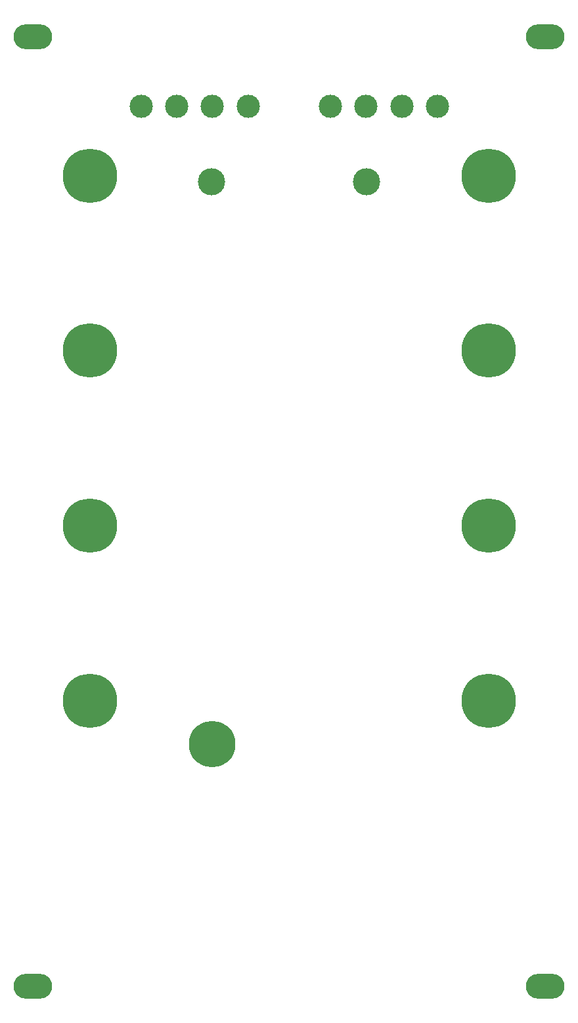
<source format=gbr>
%TF.GenerationSoftware,KiCad,Pcbnew,(6.0.11)*%
%TF.CreationDate,2023-05-23T14:51:42+01:00*%
%TF.ProjectId,Quango_Panel,5175616e-676f-45f5-9061-6e656c2e6b69,rev?*%
%TF.SameCoordinates,Original*%
%TF.FileFunction,Soldermask,Bot*%
%TF.FilePolarity,Negative*%
%FSLAX46Y46*%
G04 Gerber Fmt 4.6, Leading zero omitted, Abs format (unit mm)*
G04 Created by KiCad (PCBNEW (6.0.11)) date 2023-05-23 14:51:42*
%MOMM*%
%LPD*%
G01*
G04 APERTURE LIST*
%ADD10C,3.000000*%
%ADD11C,7.000000*%
%ADD12O,5.000000X3.200000*%
%ADD13C,6.000000*%
%ADD14C,3.500000*%
G04 APERTURE END LIST*
D10*
%TO.C,Ref\u002A\u002A*%
X80600000Y-42000000D03*
%TD*%
%TO.C,Ref\u002A\u002A*%
X95800000Y-42000000D03*
%TD*%
%TO.C,Ref\u002A\u002A*%
X100400000Y-42000000D03*
%TD*%
D11*
%TO.C,Ref\u002A\u002A*%
X64800000Y-50900000D03*
%TD*%
D12*
%TO.C,Ref\u002A\u002A*%
X123500000Y-33000000D03*
%TD*%
D11*
%TO.C,Ref\u002A\u002A*%
X116200000Y-96100000D03*
%TD*%
D13*
%TO.C,Ref\u002A\u002A*%
X80600000Y-124300000D03*
%TD*%
D11*
%TO.C,Ref\u002A\u002A*%
X64800000Y-118700000D03*
%TD*%
%TO.C,Ref\u002A\u002A*%
X116200000Y-73500000D03*
%TD*%
D10*
%TO.C,Ref\u002A\u002A*%
X71400000Y-42000000D03*
%TD*%
D12*
%TO.C,Ref\u002A\u002A*%
X57500000Y-155500000D03*
%TD*%
D10*
%TO.C,Ref\u002A\u002A*%
X105000000Y-42000000D03*
%TD*%
D11*
%TO.C,Ref\u002A\u002A*%
X116200000Y-50900000D03*
%TD*%
%TO.C,Ref\u002A\u002A*%
X116200000Y-118700000D03*
%TD*%
D12*
%TO.C,Ref\u002A\u002A*%
X123500000Y-155500000D03*
%TD*%
D11*
%TO.C,Ref\u002A\u002A*%
X64800000Y-96100000D03*
%TD*%
%TO.C,Ref\u002A\u002A*%
X64800000Y-73500000D03*
%TD*%
D10*
%TO.C,Ref\u002A\u002A*%
X109600000Y-42000000D03*
%TD*%
D12*
%TO.C,Ref\u002A\u002A*%
X57500000Y-33000000D03*
%TD*%
D10*
%TO.C,Ref\u002A\u002A*%
X76000000Y-42000000D03*
%TD*%
%TO.C,Ref\u002A\u002A*%
X85200000Y-42000000D03*
%TD*%
D14*
%TO.C,RESET*%
X80500000Y-51700000D03*
%TD*%
%TO.C,RESET*%
X100500000Y-51700000D03*
%TD*%
M02*

</source>
